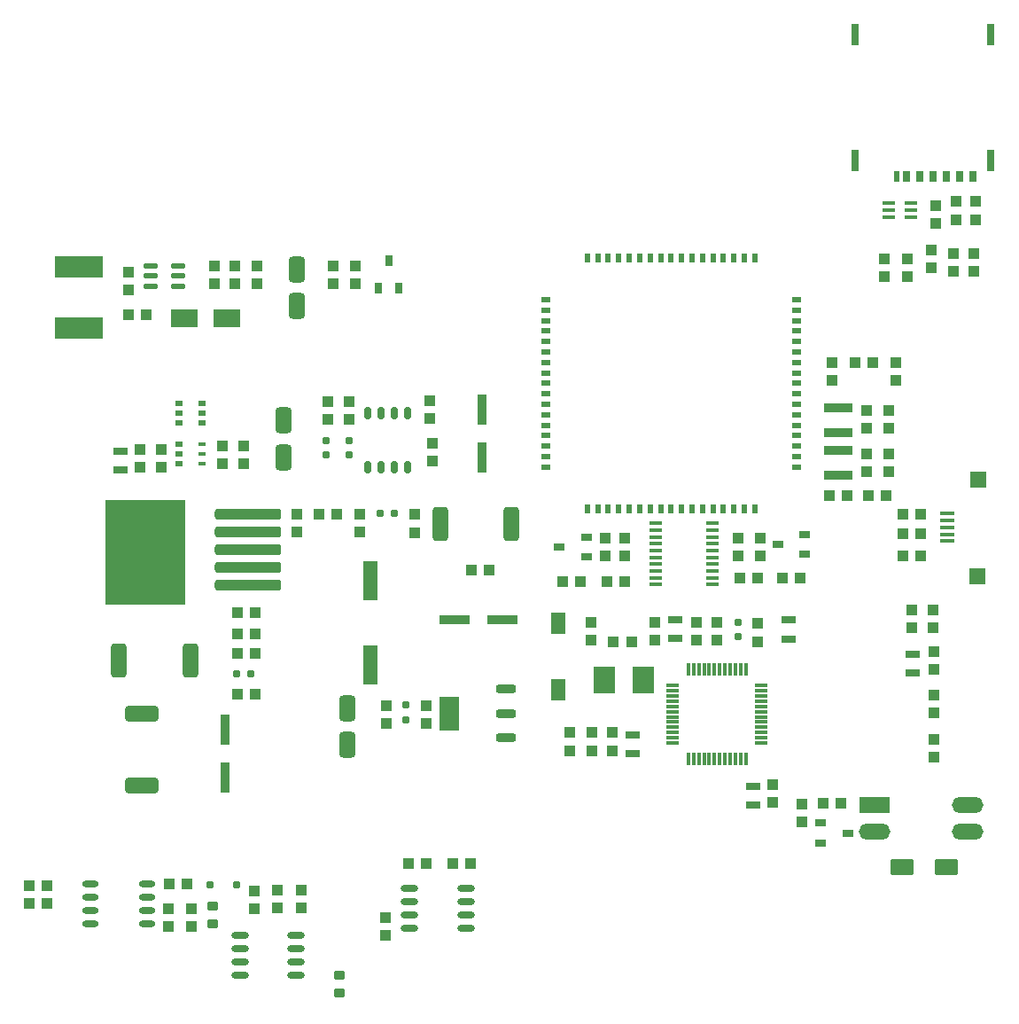
<source format=gtp>
G04*
G04 #@! TF.GenerationSoftware,Altium Limited,Altium Designer,21.0.8 (223)*
G04*
G04 Layer_Color=8421504*
%FSTAX24Y24*%
%MOIN*%
G70*
G04*
G04 #@! TF.SameCoordinates,6FDD5C99-857A-4E56-A0FC-F6C85F5CD364*
G04*
G04*
G04 #@! TF.FilePolarity,Positive*
G04*
G01*
G75*
%ADD29R,0.0531X0.0157*%
%ADD30R,0.0600X0.0600*%
%ADD31R,0.0394X0.0433*%
G04:AMPARAMS|DCode=32|XSize=60mil|YSize=128.7mil|CornerRadius=15mil|HoleSize=0mil|Usage=FLASHONLY|Rotation=0.000|XOffset=0mil|YOffset=0mil|HoleType=Round|Shape=RoundedRectangle|*
%AMROUNDEDRECTD32*
21,1,0.0600,0.0987,0,0,0.0*
21,1,0.0300,0.1287,0,0,0.0*
1,1,0.0300,0.0150,-0.0494*
1,1,0.0300,-0.0150,-0.0494*
1,1,0.0300,-0.0150,0.0494*
1,1,0.0300,0.0150,0.0494*
%
%ADD32ROUNDEDRECTD32*%
%ADD33R,0.0433X0.0394*%
%ADD34R,0.0354X0.1181*%
G04:AMPARAMS|DCode=35|XSize=63mil|YSize=98.4mil|CornerRadius=15.7mil|HoleSize=0mil|Usage=FLASHONLY|Rotation=0.000|XOffset=0mil|YOffset=0mil|HoleType=Round|Shape=RoundedRectangle|*
%AMROUNDEDRECTD35*
21,1,0.0630,0.0669,0,0,0.0*
21,1,0.0315,0.0984,0,0,0.0*
1,1,0.0315,0.0157,-0.0335*
1,1,0.0315,-0.0157,-0.0335*
1,1,0.0315,-0.0157,0.0335*
1,1,0.0315,0.0157,0.0335*
%
%ADD35ROUNDEDRECTD35*%
%ADD36R,0.0748X0.1280*%
G04:AMPARAMS|DCode=37|XSize=31.5mil|YSize=74.8mil|CornerRadius=7.9mil|HoleSize=0mil|Usage=FLASHONLY|Rotation=90.000|XOffset=0mil|YOffset=0mil|HoleType=Round|Shape=RoundedRectangle|*
%AMROUNDEDRECTD37*
21,1,0.0315,0.0591,0,0,90.0*
21,1,0.0157,0.0748,0,0,90.0*
1,1,0.0157,0.0295,0.0079*
1,1,0.0157,0.0295,-0.0079*
1,1,0.0157,-0.0295,-0.0079*
1,1,0.0157,-0.0295,0.0079*
%
%ADD37ROUNDEDRECTD37*%
%ADD38R,0.0276X0.0449*%
%ADD39R,0.0315X0.0827*%
%ADD40R,0.0236X0.0449*%
%ADD41R,0.0453X0.0157*%
%ADD42R,0.0118X0.0472*%
%ADD43R,0.0472X0.0118*%
%ADD44R,0.0472X0.0157*%
%ADD45R,0.0236X0.0354*%
%ADD46R,0.0354X0.0236*%
%ADD47O,0.1181X0.0591*%
%ADD48R,0.1181X0.0591*%
%ADD49O,0.0610X0.0236*%
%ADD50R,0.0433X0.0276*%
G04:AMPARAMS|DCode=51|XSize=86.6mil|YSize=59.1mil|CornerRadius=7.4mil|HoleSize=0mil|Usage=FLASHONLY|Rotation=180.000|XOffset=0mil|YOffset=0mil|HoleType=Round|Shape=RoundedRectangle|*
%AMROUNDEDRECTD51*
21,1,0.0866,0.0443,0,0,180.0*
21,1,0.0719,0.0591,0,0,180.0*
1,1,0.0148,-0.0359,0.0221*
1,1,0.0148,0.0359,0.0221*
1,1,0.0148,0.0359,-0.0221*
1,1,0.0148,-0.0359,-0.0221*
%
%ADD51ROUNDEDRECTD51*%
%ADD52R,0.0551X0.0276*%
G04:AMPARAMS|DCode=53|XSize=39.4mil|YSize=35.4mil|CornerRadius=4.4mil|HoleSize=0mil|Usage=FLASHONLY|Rotation=0.000|XOffset=0mil|YOffset=0mil|HoleType=Round|Shape=RoundedRectangle|*
%AMROUNDEDRECTD53*
21,1,0.0394,0.0266,0,0,0.0*
21,1,0.0305,0.0354,0,0,0.0*
1,1,0.0089,0.0153,-0.0133*
1,1,0.0089,-0.0153,-0.0133*
1,1,0.0089,-0.0153,0.0133*
1,1,0.0089,0.0153,0.0133*
%
%ADD53ROUNDEDRECTD53*%
%ADD54O,0.0669X0.0236*%
G04:AMPARAMS|DCode=55|XSize=23.6mil|YSize=27.6mil|CornerRadius=3mil|HoleSize=0mil|Usage=FLASHONLY|Rotation=180.000|XOffset=0mil|YOffset=0mil|HoleType=Round|Shape=RoundedRectangle|*
%AMROUNDEDRECTD55*
21,1,0.0236,0.0217,0,0,180.0*
21,1,0.0177,0.0276,0,0,180.0*
1,1,0.0059,-0.0089,0.0108*
1,1,0.0059,0.0089,0.0108*
1,1,0.0059,0.0089,-0.0108*
1,1,0.0059,-0.0089,-0.0108*
%
%ADD55ROUNDEDRECTD55*%
%ADD56R,0.1102X0.0374*%
%ADD57R,0.0551X0.0787*%
G04:AMPARAMS|DCode=58|XSize=27.6mil|YSize=27.6mil|CornerRadius=6.9mil|HoleSize=0mil|Usage=FLASHONLY|Rotation=270.000|XOffset=0mil|YOffset=0mil|HoleType=Round|Shape=RoundedRectangle|*
%AMROUNDEDRECTD58*
21,1,0.0276,0.0138,0,0,270.0*
21,1,0.0138,0.0276,0,0,270.0*
1,1,0.0138,-0.0069,-0.0069*
1,1,0.0138,-0.0069,0.0069*
1,1,0.0138,0.0069,0.0069*
1,1,0.0138,0.0069,-0.0069*
%
%ADD58ROUNDEDRECTD58*%
%ADD59R,0.0787X0.1024*%
G04:AMPARAMS|DCode=60|XSize=27.6mil|YSize=27.6mil|CornerRadius=6.9mil|HoleSize=0mil|Usage=FLASHONLY|Rotation=180.000|XOffset=0mil|YOffset=0mil|HoleType=Round|Shape=RoundedRectangle|*
%AMROUNDEDRECTD60*
21,1,0.0276,0.0138,0,0,180.0*
21,1,0.0138,0.0276,0,0,180.0*
1,1,0.0138,-0.0069,0.0069*
1,1,0.0138,0.0069,0.0069*
1,1,0.0138,0.0069,-0.0069*
1,1,0.0138,-0.0069,-0.0069*
%
%ADD60ROUNDEDRECTD60*%
%ADD61R,0.0551X0.1457*%
%ADD62R,0.1181X0.0354*%
G04:AMPARAMS|DCode=63|XSize=23.6mil|YSize=47.2mil|CornerRadius=5.9mil|HoleSize=0mil|Usage=FLASHONLY|Rotation=180.000|XOffset=0mil|YOffset=0mil|HoleType=Round|Shape=RoundedRectangle|*
%AMROUNDEDRECTD63*
21,1,0.0236,0.0354,0,0,180.0*
21,1,0.0118,0.0472,0,0,180.0*
1,1,0.0118,-0.0059,0.0177*
1,1,0.0118,0.0059,0.0177*
1,1,0.0118,0.0059,-0.0177*
1,1,0.0118,-0.0059,-0.0177*
%
%ADD63ROUNDEDRECTD63*%
%ADD64R,0.3032X0.3937*%
G04:AMPARAMS|DCode=65|XSize=250mil|YSize=40.2mil|CornerRadius=10mil|HoleSize=0mil|Usage=FLASHONLY|Rotation=0.000|XOffset=0mil|YOffset=0mil|HoleType=Round|Shape=RoundedRectangle|*
%AMROUNDEDRECTD65*
21,1,0.2500,0.0201,0,0,0.0*
21,1,0.2299,0.0402,0,0,0.0*
1,1,0.0201,0.1150,-0.0100*
1,1,0.0201,-0.1150,-0.0100*
1,1,0.0201,-0.1150,0.0100*
1,1,0.0201,0.1150,0.0100*
%
%ADD65ROUNDEDRECTD65*%
G04:AMPARAMS|DCode=66|XSize=19.7mil|YSize=55.1mil|CornerRadius=4.9mil|HoleSize=0mil|Usage=FLASHONLY|Rotation=90.000|XOffset=0mil|YOffset=0mil|HoleType=Round|Shape=RoundedRectangle|*
%AMROUNDEDRECTD66*
21,1,0.0197,0.0453,0,0,90.0*
21,1,0.0098,0.0551,0,0,90.0*
1,1,0.0098,0.0226,0.0049*
1,1,0.0098,0.0226,-0.0049*
1,1,0.0098,-0.0226,-0.0049*
1,1,0.0098,-0.0226,0.0049*
%
%ADD66ROUNDEDRECTD66*%
%ADD67R,0.1811X0.0787*%
%ADD68R,0.0315X0.0157*%
%ADD69R,0.0315X0.0197*%
%ADD70R,0.0315X0.0236*%
%ADD71R,0.0984X0.0669*%
G04:AMPARAMS|DCode=72|XSize=60mil|YSize=128.7mil|CornerRadius=15mil|HoleSize=0mil|Usage=FLASHONLY|Rotation=90.000|XOffset=0mil|YOffset=0mil|HoleType=Round|Shape=RoundedRectangle|*
%AMROUNDEDRECTD72*
21,1,0.0600,0.0987,0,0,90.0*
21,1,0.0300,0.1287,0,0,90.0*
1,1,0.0300,0.0494,0.0150*
1,1,0.0300,0.0494,-0.0150*
1,1,0.0300,-0.0494,-0.0150*
1,1,0.0300,-0.0494,0.0150*
%
%ADD72ROUNDEDRECTD72*%
%ADD73R,0.0276X0.0433*%
D29*
X047177Y030411D02*
D03*
Y030155D02*
D03*
Y029899D02*
D03*
Y029643D02*
D03*
Y029387D02*
D03*
D30*
X048307Y028071D02*
D03*
X048317Y031681D02*
D03*
D31*
X012638Y015768D02*
D03*
Y016437D02*
D03*
X013307Y015768D02*
D03*
Y016437D02*
D03*
X046654Y022913D02*
D03*
Y023583D02*
D03*
X046732Y041988D02*
D03*
Y041319D02*
D03*
X044803Y039311D02*
D03*
Y03998D02*
D03*
X045236Y035413D02*
D03*
Y036083D02*
D03*
X045669Y039311D02*
D03*
Y03998D02*
D03*
X027795Y032382D02*
D03*
Y033051D02*
D03*
X0249Y039735D02*
D03*
Y039065D02*
D03*
X039291Y028839D02*
D03*
Y029508D02*
D03*
X040118Y028839D02*
D03*
Y029508D02*
D03*
X048228Y041476D02*
D03*
Y042146D02*
D03*
X04748Y041476D02*
D03*
Y042146D02*
D03*
X047402Y040197D02*
D03*
Y039528D02*
D03*
X048167Y04019D02*
D03*
Y03952D02*
D03*
X046575Y040335D02*
D03*
Y039665D02*
D03*
X042835Y035413D02*
D03*
Y036083D02*
D03*
X046654Y025217D02*
D03*
Y024547D02*
D03*
X046614Y026791D02*
D03*
Y026122D02*
D03*
X045817Y026791D02*
D03*
Y026122D02*
D03*
X041693Y019508D02*
D03*
Y018839D02*
D03*
X026024Y014547D02*
D03*
Y015217D02*
D03*
X022874Y01626D02*
D03*
Y015591D02*
D03*
X021969Y01626D02*
D03*
Y015591D02*
D03*
X021102Y01624D02*
D03*
Y015571D02*
D03*
X01874Y014902D02*
D03*
Y015571D02*
D03*
X017874Y014902D02*
D03*
Y015571D02*
D03*
X027129Y030378D02*
D03*
Y029708D02*
D03*
X034291Y029508D02*
D03*
Y028839D02*
D03*
X035039Y029508D02*
D03*
Y028839D02*
D03*
X044134Y033622D02*
D03*
Y034291D02*
D03*
X044961Y033622D02*
D03*
Y034291D02*
D03*
X044134Y032677D02*
D03*
Y032008D02*
D03*
X044961Y032657D02*
D03*
Y031988D02*
D03*
X033745Y026322D02*
D03*
Y025653D02*
D03*
X03378Y021509D02*
D03*
Y022178D02*
D03*
X032953D02*
D03*
Y021509D02*
D03*
X037731Y026322D02*
D03*
Y025653D02*
D03*
X038504Y026319D02*
D03*
Y02565D02*
D03*
X040591Y019547D02*
D03*
Y020217D02*
D03*
X040039Y02628D02*
D03*
Y02561D02*
D03*
X046654Y02126D02*
D03*
Y021929D02*
D03*
X036145Y026322D02*
D03*
Y025653D02*
D03*
X03455Y022178D02*
D03*
Y021509D02*
D03*
X025064Y029718D02*
D03*
Y030387D02*
D03*
X02385Y033965D02*
D03*
Y034635D02*
D03*
X02465Y033965D02*
D03*
Y034635D02*
D03*
X0277Y033992D02*
D03*
Y034661D02*
D03*
X02755Y023185D02*
D03*
Y022515D02*
D03*
X02605D02*
D03*
Y023185D02*
D03*
X020702Y032954D02*
D03*
Y032285D02*
D03*
X0227Y030385D02*
D03*
Y029715D02*
D03*
X0199Y032954D02*
D03*
Y032285D02*
D03*
X01635Y038815D02*
D03*
Y039485D02*
D03*
X0176Y03215D02*
D03*
Y032819D02*
D03*
X0168Y032819D02*
D03*
Y03215D02*
D03*
X020367Y039062D02*
D03*
Y039731D02*
D03*
X0196Y039735D02*
D03*
Y039065D02*
D03*
X0212D02*
D03*
Y039735D02*
D03*
X02405Y039065D02*
D03*
Y039735D02*
D03*
D32*
X028089Y030039D02*
D03*
X03077D02*
D03*
X018691Y0249D02*
D03*
X016009D02*
D03*
D33*
X029941Y028307D02*
D03*
X029272D02*
D03*
X045492Y030394D02*
D03*
X046161D02*
D03*
X045492Y029646D02*
D03*
X046161D02*
D03*
Y028819D02*
D03*
X045492D02*
D03*
X032697Y027874D02*
D03*
X033366D02*
D03*
X03502D02*
D03*
X03435D02*
D03*
X04435Y036102D02*
D03*
X043681D02*
D03*
X043169Y019528D02*
D03*
X0425D02*
D03*
X02689Y017244D02*
D03*
X027559D02*
D03*
X028563D02*
D03*
X029232D02*
D03*
X017894Y016496D02*
D03*
X018563D02*
D03*
X040965Y027992D02*
D03*
X041634D02*
D03*
X04002D02*
D03*
X03935D02*
D03*
X042736Y031102D02*
D03*
X043405D02*
D03*
X044862Y031102D02*
D03*
X044193D02*
D03*
X03461Y025587D02*
D03*
X03528D02*
D03*
X02352Y030397D02*
D03*
X024189D02*
D03*
X017035Y0379D02*
D03*
X016365D02*
D03*
X020465Y0267D02*
D03*
X021135D02*
D03*
X020465Y0259D02*
D03*
X021135D02*
D03*
X021136Y023643D02*
D03*
X020466D02*
D03*
X021135Y02515D02*
D03*
X020465D02*
D03*
D34*
X02Y022306D02*
D03*
Y020494D02*
D03*
X02965Y034332D02*
D03*
Y032521D02*
D03*
D35*
X024606Y021713D02*
D03*
Y023091D02*
D03*
X0222Y032538D02*
D03*
Y033916D02*
D03*
X0227Y039589D02*
D03*
Y038211D02*
D03*
D36*
X028424Y022906D02*
D03*
D37*
X03055D02*
D03*
Y023811D02*
D03*
Y022D02*
D03*
D38*
X047142Y043106D02*
D03*
X046142D02*
D03*
X047642D02*
D03*
X046642D02*
D03*
X045642D02*
D03*
X048142D02*
D03*
D39*
X048799Y043689D02*
D03*
X043681Y048413D02*
D03*
X048799D02*
D03*
X043681Y043689D02*
D03*
D40*
X045268Y043106D02*
D03*
D41*
X0458Y042085D02*
D03*
Y041829D02*
D03*
Y041573D02*
D03*
X044973D02*
D03*
Y041829D02*
D03*
Y042085D02*
D03*
D42*
X039587Y024547D02*
D03*
X03939D02*
D03*
X039193D02*
D03*
X038996D02*
D03*
X038799D02*
D03*
X038602D02*
D03*
X038406D02*
D03*
X038209D02*
D03*
X038012D02*
D03*
X037815D02*
D03*
X037618D02*
D03*
X039587Y021201D02*
D03*
X03939D02*
D03*
X039193D02*
D03*
X038996D02*
D03*
X038799D02*
D03*
X038602D02*
D03*
X038406D02*
D03*
X038209D02*
D03*
X038012D02*
D03*
X037815D02*
D03*
X037618D02*
D03*
X037421Y024547D02*
D03*
Y021201D02*
D03*
D43*
X040177Y021791D02*
D03*
Y021988D02*
D03*
Y022185D02*
D03*
Y022382D02*
D03*
Y022579D02*
D03*
Y022776D02*
D03*
Y022972D02*
D03*
Y023169D02*
D03*
Y023366D02*
D03*
Y023563D02*
D03*
Y02376D02*
D03*
Y023957D02*
D03*
X036831Y021791D02*
D03*
Y021988D02*
D03*
Y022185D02*
D03*
Y022382D02*
D03*
Y022579D02*
D03*
Y022776D02*
D03*
Y022972D02*
D03*
Y023169D02*
D03*
Y023366D02*
D03*
Y023563D02*
D03*
Y02376D02*
D03*
Y023953D02*
D03*
D44*
X038329Y027746D02*
D03*
Y030049D02*
D03*
Y029793D02*
D03*
Y029537D02*
D03*
Y029281D02*
D03*
Y029026D02*
D03*
Y02877D02*
D03*
Y028514D02*
D03*
Y028258D02*
D03*
Y028002D02*
D03*
X036203Y027746D02*
D03*
Y028002D02*
D03*
Y028258D02*
D03*
Y028514D02*
D03*
Y02877D02*
D03*
Y029026D02*
D03*
Y029281D02*
D03*
Y029537D02*
D03*
Y029793D02*
D03*
Y030049D02*
D03*
D45*
X03874Y040039D02*
D03*
X039134D02*
D03*
X039528D02*
D03*
X039921D02*
D03*
X038346Y030591D02*
D03*
X037953D02*
D03*
X039921D02*
D03*
X039528D02*
D03*
X039134D02*
D03*
X03874D02*
D03*
X037559D02*
D03*
X035591D02*
D03*
X035984D02*
D03*
X036378D02*
D03*
X036772D02*
D03*
X037165D02*
D03*
X034016D02*
D03*
X035197D02*
D03*
X034803D02*
D03*
X034409D02*
D03*
X033622D02*
D03*
X038346Y040039D02*
D03*
X037165D02*
D03*
X034016D02*
D03*
X036772D02*
D03*
X036378D02*
D03*
X035984D02*
D03*
X035591D02*
D03*
X035197D02*
D03*
X034803D02*
D03*
X034409D02*
D03*
X037559D02*
D03*
X037953D02*
D03*
X033622D02*
D03*
D46*
X041496Y038465D02*
D03*
Y038071D02*
D03*
Y037677D02*
D03*
Y037283D02*
D03*
Y03689D02*
D03*
Y036496D02*
D03*
X032047Y032165D02*
D03*
Y032953D02*
D03*
Y033346D02*
D03*
Y032559D02*
D03*
Y03374D02*
D03*
X041496Y036102D02*
D03*
Y035709D02*
D03*
Y034134D02*
D03*
Y035315D02*
D03*
Y034921D02*
D03*
Y032165D02*
D03*
Y032559D02*
D03*
Y032953D02*
D03*
Y033346D02*
D03*
Y03374D02*
D03*
Y034528D02*
D03*
X032047Y034134D02*
D03*
Y038465D02*
D03*
Y036496D02*
D03*
Y038071D02*
D03*
Y037677D02*
D03*
Y037283D02*
D03*
Y03689D02*
D03*
Y036102D02*
D03*
Y035709D02*
D03*
Y035315D02*
D03*
Y034921D02*
D03*
Y034528D02*
D03*
D47*
X044425Y018476D02*
D03*
X047937Y019476D02*
D03*
Y018476D02*
D03*
D48*
X044425Y019476D02*
D03*
D49*
X017047Y014998D02*
D03*
Y015498D02*
D03*
Y015998D02*
D03*
Y016498D02*
D03*
X014921Y014998D02*
D03*
Y015498D02*
D03*
Y015998D02*
D03*
Y016498D02*
D03*
D50*
X040787Y029252D02*
D03*
X041811Y029626D02*
D03*
Y028878D02*
D03*
X042402Y01878D02*
D03*
Y018032D02*
D03*
X043425Y018406D02*
D03*
X033583Y02878D02*
D03*
Y029528D02*
D03*
X032559Y029154D02*
D03*
D51*
X047126Y017126D02*
D03*
X045472D02*
D03*
D52*
X045866Y024423D02*
D03*
Y025132D02*
D03*
X039862Y019449D02*
D03*
Y020157D02*
D03*
X036924Y026433D02*
D03*
Y025724D02*
D03*
X041181Y026417D02*
D03*
Y025709D02*
D03*
X035317Y022103D02*
D03*
Y021394D02*
D03*
X01605Y032754D02*
D03*
Y032046D02*
D03*
D53*
X024291Y012382D02*
D03*
Y013051D02*
D03*
X019528Y015D02*
D03*
Y015669D02*
D03*
D54*
X026929Y015841D02*
D03*
Y014841D02*
D03*
Y015341D02*
D03*
Y016341D02*
D03*
X029055Y014841D02*
D03*
Y015341D02*
D03*
Y015841D02*
D03*
Y016341D02*
D03*
X020551Y013069D02*
D03*
Y013569D02*
D03*
Y014069D02*
D03*
Y014569D02*
D03*
X022677Y013069D02*
D03*
Y014069D02*
D03*
Y014569D02*
D03*
Y013569D02*
D03*
D55*
X020413Y016457D02*
D03*
X019429D02*
D03*
D56*
X043071Y034409D02*
D03*
Y033465D02*
D03*
Y03185D02*
D03*
Y032795D02*
D03*
D57*
X032517Y026299D02*
D03*
Y02378D02*
D03*
D58*
X039291Y025787D02*
D03*
Y026339D02*
D03*
X02465Y033176D02*
D03*
Y032624D02*
D03*
X023805Y033173D02*
D03*
Y032621D02*
D03*
X0268Y022674D02*
D03*
Y023226D02*
D03*
D59*
X034272Y024173D02*
D03*
X035728D02*
D03*
D60*
X026375Y03042D02*
D03*
X025824D02*
D03*
X020424Y0244D02*
D03*
X020976D02*
D03*
D61*
X02545Y0279D02*
D03*
D03*
Y024711D02*
D03*
D62*
X030433Y026417D02*
D03*
X028622D02*
D03*
D63*
X02585Y0342D02*
D03*
X02685D02*
D03*
X02635D02*
D03*
X02535D02*
D03*
X02685D02*
D03*
Y032153D02*
D03*
X02635D02*
D03*
X02585D02*
D03*
X02535D02*
D03*
D64*
X017001Y028971D02*
D03*
D65*
X02085Y027711D02*
D03*
Y028381D02*
D03*
Y02905D02*
D03*
Y029719D02*
D03*
Y030389D02*
D03*
D66*
X018212Y03935D02*
D03*
Y039724D02*
D03*
X017188Y038976D02*
D03*
Y03935D02*
D03*
Y039724D02*
D03*
X018212Y038976D02*
D03*
D67*
X0145Y039692D02*
D03*
Y037408D02*
D03*
D68*
X019132Y033038D02*
D03*
Y032664D02*
D03*
Y03229D02*
D03*
D69*
X018266Y033038D02*
D03*
Y032664D02*
D03*
Y03229D02*
D03*
D70*
X019133Y033826D02*
D03*
Y034574D02*
D03*
Y0342D02*
D03*
X018267Y033826D02*
D03*
Y0342D02*
D03*
Y034574D02*
D03*
D71*
X01845Y03775D02*
D03*
X02005D02*
D03*
D72*
X016871Y020202D02*
D03*
Y022883D02*
D03*
D73*
X02615Y039912D02*
D03*
X026524Y038888D02*
D03*
X025776D02*
D03*
M02*

</source>
